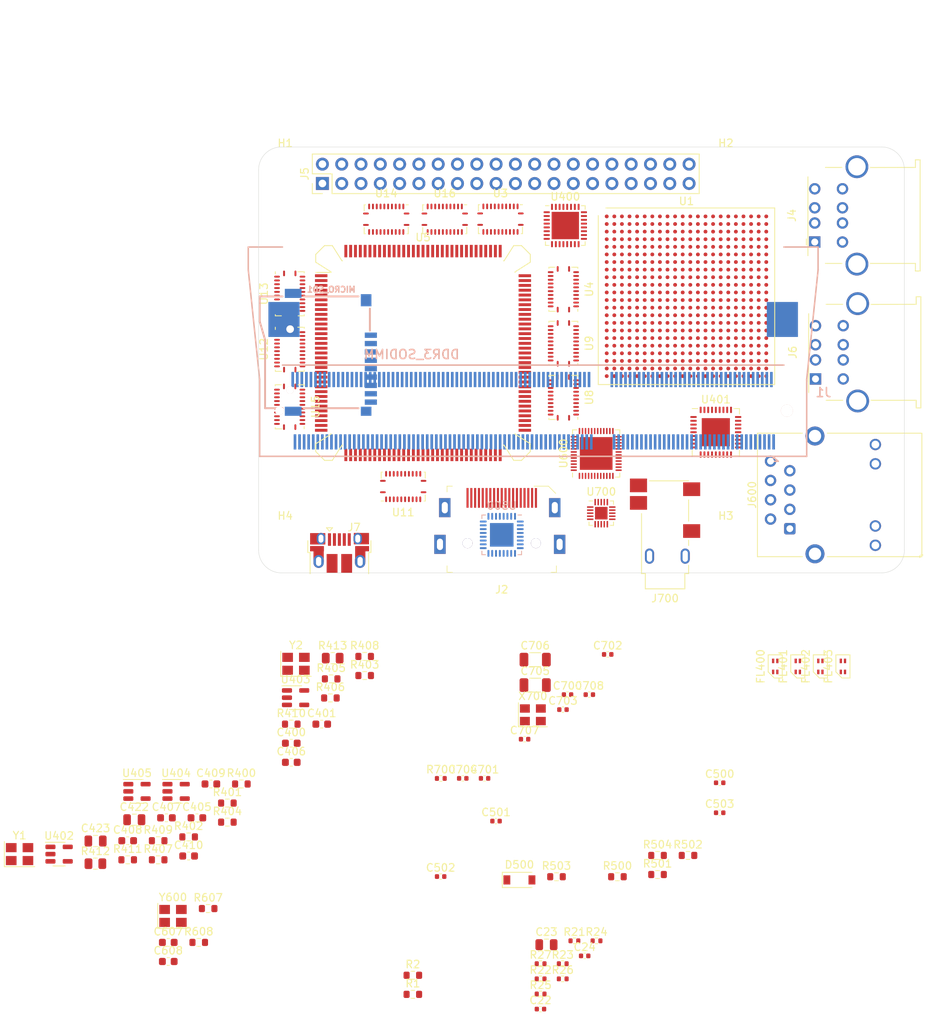
<source format=kicad_pcb>
(kicad_pcb (version 20210108) (generator pcbnew)
  (layers (0 "F.Cu" signal) (31 "B.Cu" signal) (34 "B.Paste" user) (35 "F.Paste" user) (36 "B.SilkS" user "B.Silkscreen") (37 "F.SilkS" user "F.Silkscreen") (38 "B.Mask" user) (39 "F.Mask" user) (44 "Edge.Cuts" user))
  (net 0 "")
  (net 1 "GND")
  (net 2 "Net-(R401-Pad2)")
  (net 3 "Net-(U400-Pad26)")
  (net 4 "Net-(U400-Pad20)")
  (net 5 "Net-(C407-Pad2)")
  (net 6 "Net-(C408-Pad2)")
  (net 7 "Net-(C409-Pad1)")
  (net 8 "Net-(C410-Pad1)")
  (net 9 "Net-(R412-Pad1)")
  (net 10 "Net-(R413-Pad1)")
  (net 11 "Net-(C500-Pad2)")
  (net 12 "Net-(C607-Pad2)")
  (net 13 "Net-(C608-Pad2)")
  (net 14 "Net-(C700-Pad2)")
  (net 15 "+1V8A")
  (net 16 "Net-(C704-Pad2)")
  (net 17 "Net-(C704-Pad1)")
  (net 18 "Net-(C705-Pad2)")
  (net 19 "Net-(C705-Pad1)")
  (net 20 "Net-(C706-Pad2)")
  (net 21 "Net-(C706-Pad1)")
  (net 22 "+VTTVREF")
  (net 23 "Net-(J2-Pad1)")
  (net 24 "Net-(J2-Pad3)")
  (net 25 "Net-(J2-Pad4)")
  (net 26 "Net-(J2-Pad6)")
  (net 27 "Net-(J2-Pad7)")
  (net 28 "Net-(J2-Pad9)")
  (net 29 "Net-(J2-Pad10)")
  (net 30 "Net-(J2-Pad12)")
  (net 31 "/usb/USB1_DM")
  (net 32 "/usb/USB1_DP")
  (net 33 "/usb/USB2_DP")
  (net 34 "/usb/USB2_DM")
  (net 35 "/usb/USB3_DM")
  (net 36 "/usb/USB3_DP")
  (net 37 "/usb/USB4_DP")
  (net 38 "/usb/USB4_DM")
  (net 39 "no_connect_(J7-Pad6)")
  (net 40 "Net-(U400-Pad1)")
  (net 41 "Net-(U400-Pad25)")
  (net 42 "Net-(U400-Pad24)")
  (net 43 "Net-(U400-Pad14)")
  (net 44 "Net-(U400-Pad11)")
  (net 45 "Net-(U400-Pad8)")
  (net 46 "Net-(U400-Pad22)")
  (net 47 "/cpu/CPU_A2")
  (net 48 "/cpu/CPU_A3")
  (net 49 "/cpu/CPU_A4")
  (net 50 "/cpu/CPU_A5")
  (net 51 "/cpu/CPU_A6")
  (net 52 "/cpu/CPU_A7")
  (net 53 "/cpu/CPU_A8")
  (net 54 "/cpu/CPU_A9")
  (net 55 "/cpu/CPU_A10")
  (net 56 "/cpu/CPU_A11")
  (net 57 "/cpu/CPU_A12")
  (net 58 "/cpu/CPU_A13")
  (net 59 "/cpu/CPU_A14")
  (net 60 "/cpu/CPU_A15")
  (net 61 "/cpu/CPU_A16")
  (net 62 "/cpu/CPU_A17")
  (net 63 "/cpu/CPU_A18")
  (net 64 "/cpu/CPU_A19")
  (net 65 "/cpu/CPU_A20")
  (net 66 "/cpu/CPU_A21")
  (net 67 "/cpu/CPU_A22")
  (net 68 "/cpu/CPU_A23")
  (net 69 "/cpu/CPU_A24")
  (net 70 "/cpu/CPU_A25")
  (net 71 "/cpu/CPU_A26")
  (net 72 "/cpu/CPU_A27")
  (net 73 "/cpu/CPU_A28")
  (net 74 "/cpu/CPU_A29")
  (net 75 "/cpu/CPU_A30")
  (net 76 "/cpu/CPU_A31")
  (net 77 "+5V")
  (net 78 "+3V3")
  (net 79 "Net-(J600-Pad1)")
  (net 80 "Net-(R408-Pad1)")
  (net 81 "Net-(C22-Pad1)")
  (net 82 "Net-(J600-Pad2)")
  (net 83 "Net-(J600-Pad3)")
  (net 84 "Net-(J600-Pad4)")
  (net 85 "VBUS")
  (net 86 "Net-(J600-Pad5)")
  (net 87 "Net-(J600-Pad6)")
  (net 88 "Net-(J600-Pad7)")
  (net 89 "Net-(J600-Pad8)")
  (net 90 "Net-(R409-Pad1)")
  (net 91 "Net-(R410-Pad1)")
  (net 92 "Net-(R411-Pad1)")
  (net 93 "Net-(R608-Pad1)")
  (net 94 "VSS")
  (net 95 "Net-(R700-Pad2)")
  (net 96 "Net-(R700-Pad1)")
  (net 97 "Net-(J2-Pad19)")
  (net 98 "Net-(J2-Pad16)")
  (net 99 "Net-(J2-Pad15)")
  (net 100 "Net-(J2-Pad13)")
  (net 101 "SD0_D2")
  (net 102 "SD0_D3")
  (net 103 "SD0_CMD")
  (net 104 "SD0_D0")
  (net 105 "SD0_D1")
  (net 106 "~SD0_CD")
  (net 107 "+1V5")
  (net 108 "/hdmi/HDMI_SDA")
  (net 109 "/hdmi/HDMI_SCL")
  (net 110 "+1V0")
  (net 111 "+1V8")
  (net 112 "/usb/PEN1")
  (net 113 "/usb/~OC1")
  (net 114 "/cpu/CPU_D13")
  (net 115 "/cpu/CPU_D12")
  (net 116 "/cpu/CPU_D11")
  (net 117 "/cpu/CPU_D10")
  (net 118 "/cpu/CPU_D9")
  (net 119 "/cpu/CPU_D8")
  (net 120 "/cpu/CPU_D7")
  (net 121 "/cpu/CPU_D6")
  (net 122 "/cpu/CPU_D5")
  (net 123 "/cpu/CPU_D4")
  (net 124 "/cpu/CPU_D3")
  (net 125 "/cpu/CPU_D2")
  (net 126 "/cpu/CPU_D1")
  (net 127 "/cpu/CPU_D0")
  (net 128 "/cpu/CPU_CLK2")
  (net 129 "/cpu/CPU_READY")
  (net 130 "/cpu/CPU_ADS")
  (net 131 "/cpu/CPU_BE0")
  (net 132 "/cpu/CPU_BE1")
  (net 133 "/cpu/CPU_BE2")
  (net 134 "Net-(U3-Pad11)")
  (net 135 "/cpu/CPU_BE3")
  (net 136 "/cpu/CPU_MIO")
  (net 137 "/cpu/CPU_DC")
  (net 138 "/cpu/CPU_LOCK")
  (net 139 "/cpu/CPU_WR")
  (net 140 "/cpu/CPU_RESET")
  (net 141 "/cpu/CPU_BUSY")
  (net 142 "Net-(U4-Pad11)")
  (net 143 "/cpu/CPU_ERROR")
  (net 144 "/cpu/CPU_PEREQ")
  (net 145 "/cpu/CPU_NMI")
  (net 146 "/cpu/CPU_INTR")
  (net 147 "Net-(U8-Pad11)")
  (net 148 "Net-(U9-Pad11)")
  (net 149 "/cpu/CPU_D31")
  (net 150 "/cpu/CPU_D30")
  (net 151 "/cpu/CPU_D29")
  (net 152 "Net-(U11-Pad11)")
  (net 153 "/cpu/CPU_D28")
  (net 154 "/cpu/CPU_D27")
  (net 155 "/cpu/CPU_D26")
  (net 156 "/cpu/CPU_D25")
  (net 157 "/cpu/CPU_D24")
  (net 158 "/cpu/CPU_D23")
  (net 159 "/cpu/CPU_D22")
  (net 160 "/cpu/CPU_D21")
  (net 161 "Net-(U12-Pad11)")
  (net 162 "/cpu/CPU_D20")
  (net 163 "/cpu/CPU_D19")
  (net 164 "/cpu/CPU_D18")
  (net 165 "/cpu/CPU_D17")
  (net 166 "/cpu/CPU_D16")
  (net 167 "/cpu/CPU_D15")
  (net 168 "/cpu/CPU_D14")
  (net 169 "/usb/PEN2")
  (net 170 "/usb/~OC2")
  (net 171 "Net-(U13-Pad11)")
  (net 172 "/usb/PEN3")
  (net 173 "/usb/~OC3")
  (net 174 "Net-(U14-Pad11)")
  (net 175 "Net-(U15-Pad11)")
  (net 176 "/usb/PEN4")
  (net 177 "/usb/~OC4")
  (net 178 "Net-(U16-Pad11)")
  (net 179 "/ethernet/ETH_AVDD3V3")
  (net 180 "/ethernet/ETH_VDD1V0")
  (net 181 "/usb/~USB_RST")
  (net 182 "/usb/USBUP_DM")
  (net 183 "/usb/USBUP_DP")
  (net 184 "Net-(U401-Pad9)")
  (net 185 "Net-(U401-Pad8)")
  (net 186 "Net-(U401-Pad7)")
  (net 187 "Net-(U401-Pad6)")
  (net 188 "Net-(U401-Pad4)")
  (net 189 "Net-(U401-Pad3)")
  (net 190 "Net-(U401-Pad2)")
  (net 191 "Net-(U401-Pad1)")
  (footprint "Package_QFP:PQFP-132_24x24mm_P0.635mm_i386" (layer "F.Cu") (at 131.64 101.09)
    (fp_text reference "U5")
    (fp_text value "NG80386DX")
  )
  (footprint "Capacitor_SMD:C_0402_1005Metric" (layer "F.Cu") (at 170.688 161.544)
    (fp_text reference "C503")
    (fp_text value "100nF")
  )
  (footprint "Capacitor_SMD:C_0402_1005Metric" (layer "F.Cu") (at 170.688 157.604)
    (fp_text reference "C500")
    (fp_text value "1uF")
  )
  (footprint "Capacitor_SMD:C_0402_1005Metric" (layer "F.Cu") (at 147.098 187.354)
    (fp_text reference "C22")
    (fp_text value "18pF")
  )
  (footprint "Capacitor_SMD:C_0805_2012Metric" (layer "F.Cu") (at 147.888 178.894)
    (fp_text reference "C23")
    (fp_text value "47uF")
  )
  (footprint "Capacitor_SMD:C_0402_1005Metric" (layer "F.Cu") (at 152.918 180.364)
    (fp_text reference "C24")
    (fp_text value "100nF")
  )
  (footprint "Diode_SMD:D_SOD-123" (layer "F.Cu") (at 144.328 170.374)
    (fp_text reference "D500")
    (fp_text value "MBR0530")
  )
  (footprint "footprints:HDMI_A_Female" (layer "F.Cu") (at 142 124.6 180)
    (fp_text reference "J2")
    (fp_text value "HDMI_A")
  )
  (footprint "Resistor_SMD:R_0603_1608Metric" (layer "F.Cu") (at 130.302 185.42)
    (fp_text reference "R1")
    (fp_text value "80.6/1%")
  )
  (footprint "Resistor_SMD:R_0603_1608Metric" (layer "F.Cu") (at 130.302 182.91)
    (fp_text reference "R2")
    (fp_text value "80.6/1%")
  )
  (footprint "Resistor_SMD:R_0603_1608Metric" (layer "F.Cu") (at 157.228 169.954)
    (fp_text reference "R500")
    (fp_text value "47K")
  )
  (footprint "Resistor_SMD:R_0603_1608Metric" (layer "F.Cu") (at 162.508 169.664)
    (fp_text reference "R501")
    (fp_text value "47K")
  )
  (footprint "Resistor_SMD:R_0603_1608Metric" (layer "F.Cu") (at 166.518 167.154)
    (fp_text reference "R502")
    (fp_text value "47K")
  )
  (footprint "Resistor_SMD:R_0603_1608Metric" (layer "F.Cu") (at 149.208 169.954)
    (fp_text reference "R503")
    (fp_text value "47K")
  )
  (footprint "Resistor_SMD:R_0603_1608Metric" (layer "F.Cu") (at 162.508 167.154)
    (fp_text reference "R504")
    (fp_text value "27K")
  )
  (footprint "Resistor_SMD:R_0402_1005Metric" (layer "F.Cu") (at 151.568 178.384)
    (fp_text reference "R21")
    (fp_text value "47K")
  )
  (footprint "Resistor_SMD:R_0402_1005Metric" (layer "F.Cu") (at 147.118 183.384)
    (fp_text reference "R22")
    (fp_text value "47K")
  )
  (footprint "Resistor_SMD:R_0402_1005Metric" (layer "F.Cu") (at 150.028 181.394)
    (fp_text reference "R23")
    (fp_text value "47K")
  )
  (footprint "Resistor_SMD:R_0402_1005Metric" (layer "F.Cu") (at 154.478 178.384)
    (fp_text reference "R24")
    (fp_text value "47K")
  )
  (footprint "Resistor_SMD:R_0402_1005Metric" (layer "F.Cu") (at 147.118 185.374)
    (fp_text reference "R25")
    (fp_text value "47K")
  )
  (footprint "Resistor_SMD:R_0402_1005Metric" (layer "F.Cu") (at 150.028 183.384)
    (fp_text reference "R26")
    (fp_text value "33R")
  )
  (footprint "Resistor_SMD:R_0402_1005Metric" (layer "F.Cu") (at 147.118 181.394)
    (fp_text reference "R27")
    (fp_text value "47K")
  )
  (footprint "Package_BGA:Xilinx_FGG484" (layer "F.Cu") (at 166.32 93.63)
    (fp_text reference "U1")
    (fp_text value "XC7A35T-FGG484")
  )
  (footprint "Connector_RJ:RJ45_Hanrun_HR911105A" (layer "F.Cu") (at 179.92 124.19 90)
    (fp_text reference "J600")
    (fp_text value "8P8C_LED")
  )
  (footprint "Package_DFN_QFN:QFN-48-1EP_6x6mm_P0.4mm_EP4.3x4.3mm" (layer "F.Cu") (at 154.432 114.3 90)
    (fp_text reference "U600")
    (fp_text value "RTL8211E-VL")
  )
  (footprint "Connector_PinHeader_2.54mm:PinHeader_2x20_P2.54mm_Vertical" (layer "F.Cu") (at 118.4 78.8 90)
    (fp_text reference "J5")
    (fp_text value "Conn_02x20_Odd_Even")
  )
  (footprint "MountingHole:MountingHole_3mm" (layer "F.Cu") (at 113.5 77.5)
    (fp_text reference "H1")
    (fp_text value "MountingHole")
  )
  (footprint "MountingHole:MountingHole_3mm" (layer "F.Cu") (at 171.5 77.5)
    (fp_text reference "H2")
    (fp_text value "MountingHole")
  )
  (footprint "MountingHole:MountingHole_3mm" (layer "F.Cu") (at 171.5 126.5)
    (fp_text reference "H3")
    (fp_text value "MountingHole")
  )
  (footprint "MountingHole:MountingHole_3mm" (layer "F.Cu") (at 113.5 126.5)
    (fp_text reference "H4")
    (fp_text value "MountingHole")
  )
  (footprint "footprints:DHVQFN-24_5.5x3.5_Pitch0.5mm" (layer "F.Cu") (at 141.835 83.49)
    (fp_text reference "U3")
    (fp_text value "SN74AVC8T245PW")
  )
  (footprint "footprints:DHVQFN-24_5.5x3.5_Pitch0.5mm" (layer "F.Cu") (at 150.114 92.71 -90)
    (fp_text reference "U4")
    (fp_text value "SN74AVC8T245PW")
  )
  (footprint "footprints:DHVQFN-24_5.5x3.5_Pitch0.5mm" (layer "F.Cu") (at 150.114 106.934 -90)
    (fp_text reference "U8")
    (fp_text value "SN74AVC8T245PW")
  )
  (footprint "footprints:DHVQFN-24_5.5x3.5_Pitch0.5mm" (layer "F.Cu") (at 150.114 99.822 -90)
    (fp_text reference "U9")
    (fp_text value "SN74AVC8T245PW")
  )
  (footprint "footprints:DHVQFN-24_5.5x3.5_Pitch0.5mm" (layer "F.Cu") (at 129.032 118.65 180)
    (fp_text reference "U11")
    (fp_text value "SN74AVC8T245PW")
  )
  (footprint "footprints:DHVQFN-24_5.5x3.5_Pitch0.5mm" (layer "F.Cu") (at 114.1 100.6 90)
    (fp_text reference "U12")
    (fp_text value "SN74AVC8T245PW")
  )
  (footprint "footprints:DHVQFN-24_5.5x3.5_Pitch0.5mm" (layer "F.Cu") (at 114.1 93.3 90)
    (fp_text reference "U13")
    (fp_text value "SN74AVC8T245PW")
  )
  (footprint "footprints:DHVQFN-24_5.5x3.5_Pitch0.5mm" (layer "F.Cu") (at 126.8 83.5)
    (fp_text reference "U14")
    (fp_text value "SN74AVC8T245PW")
  )
  (footprint "footprints:DHVQFN-24_5.5x3.5_Pitch0.5mm" (layer "F.Cu") (at 114.09 108.16 -90)
    (fp_text reference "U15")
    (fp_text value "SN74AVC8T245PW")
  )
  (footprint "footprints:DHVQFN-24_5.5x3.5_Pitch0.5mm" (layer "F.Cu") (at 134.5 83.5)
    (fp_text reference "U16")
    (fp_text value "SN74AVC8T245PW")
  )
  (footprint "Resistor_SMD:R_0603_1608Metric" (layer "F.Cu") (at 123.96 143.5)
    (fp_text reference "R403")
    (fp_text value "8.06K")
  )
  (footprint "Connector_USB:USB_Micro-B_Amphenol_10103594-0001LF_Horizontal" (layer "F.Cu") (at 120.655 127.385)
    (fp_text reference "J7")
    (fp_text value "USB_B_Micro")
  )
  (footprint "Capacitor_SMD:C_0402_1005Metric" (layer "F.Cu") (at 136.87 157.02)
    (fp_text reference "C704")
    (fp_text value "100nF")
  )
  (footprint "Capacitor_SMD:C_0603_1608Metric" (layer "F.Cu") (at 114.3 154.91)
    (fp_text reference "C406")
    (fp_text value "10uF")
  )
  (footprint "Package_DFN_QFN:QFN-36-1EP_6x6mm_P0.5mm_EP3.7x3.7mm" (layer "F.Cu") (at 170.18 111.506)
    (fp_text reference "U401")
    (fp_text value "USB2514B_Bi")
  )
  (footprint "footprints:Jack_3.5mm_PJ342CB" (layer "F.Cu") (at 163.5 123.2 180)
    (fp_text reference "J700")
    (fp_text value "AudioJack4_SwitchTR1")
  )
  (footprint "footprints:Filter_125100" (layer "F.Cu") (at 183.94 142.3)
    (fp_text reference "FL402")
    (fp_text value "DLP11SN161SL2")
  )
  (footprint "Capacitor_SMD:C_0402_1005Metric" (layer "F.Cu") (at 133.96 169.93)
    (fp_text reference "C502")
    (fp_text value "100nF")
  )
  (footprint "Capacitor_SMD:C_1206_3216Metric" (layer "F.Cu") (at 146.4 144.76)
    (fp_text reference "C705")
    (fp_text value "220uF")
  )
  (footprint "Capacitor_SMD:C_0603_1608Metric" (layer "F.Cu") (at 118.31 149.89)
    (fp_text reference "C401")
    (fp_text value "22pF")
  )
  (footprint "Capacitor_SMD:C_0402_1005Metric" (layer "F.Cu") (at 150.66 146.01)
    (fp_text reference "C700")
    (fp_text value "100nF")
  )
  (footprint "Package_TO_SOT_SMD:SOT-23-5" (layer "F.Cu") (at 83.74 166.98)
    (fp_text reference "U402")
    (fp_text value "AP2171W")
  )
  (footprint "Resistor_SMD:R_0603_1608Metric" (layer "F.Cu") (at 119.45 146.45)
    (fp_text reference "R406")
    (fp_text value "0")
  )
  (footprint "Resistor_SMD:R_0603_1608Metric" (layer "F.Cu") (at 100.79 164.72)
    (fp_text reference "R402")
    (fp_text value "1M")
  )
  (footprint "Capacitor_SMD:C_0402_1005Metric" (layer "F.Cu") (at 150.06 147.98)
    (fp_text reference "C703")
    (fp_text value "100nF")
  )
  (footprint "Capacitor_SMD:C_0603_1608Metric" (layer "F.Cu") (at 92.77 165.22)
    (fp_text reference "C408")
    (fp_text value "18pF")
  )
  (footprint "Capacitor_SMD:C_0603_1608Metric" (layer "F.Cu") (at 98.11 181.1)
    (fp_text reference "C608")
    (fp_text value "22pF")
  )
  (footprint "Capacitor_SMD:C_0603_1608Metric" (layer "F.Cu") (at 103.72 157.76)
    (fp_text reference "C409")
    (fp_text value "100nF")
  )
  (footprint "Resistor_SMD:R_0603_1608Metric" (layer "F.Cu") (at 123.96 140.99)
    (fp_text reference "R408")
    (fp_text value "12K/1%")
  )
  (footprint "footprints:USB_A_JE_C39470_Horizontal_Stacked" (layer "F.Cu") (at 183.2 86.5 90)
    (fp_text reference "J4")
    (fp_text value "USB_A_Stacked")
  )
  (footprint "Package_TO_SOT_SMD:SOT-23-5" (layer "F.Cu") (at 99.14 158.73)
    (fp_text reference "U404")
    (fp_text value "AP2171W")
  )
  (footprint "Resistor_SMD:R_0805_2012Metric" (layer "F.Cu") (at 119.75 141.21)
    (fp_text reference "R413")
    (fp_text value "0")
  )
  (footprint "Crystal:Crystal_SMD_3225-4Pin_3.2x2.5mm" (layer "F.Cu") (at 78.54 166.98)
    (fp_text reference "Y1")
    (fp_text value "24MHz")
  )
  (footprint "Package_TO_SOT_SMD:SOT-23-5" (layer "F.Cu") (at 93.99 158.73)
    (fp_text reference "U405")
    (fp_text value "AP2171W")
  )
  (footprint "Package_DFN_QFN:QFN-20-1EP_3x3mm_P0.4mm_EP1.65x1.65mm" (layer "F.Cu") (at 155.1 122.15)
    (fp_text reference "U700")
    (fp_text value "SGTL5000XNLA3")
  )
  (footprint "footprints:Filter_125100" (layer "F.Cu") (at 180.97 142.3)
    (fp_text reference "FL401")
    (fp_text value "DLP11SN161SL2")
  )
  (footprint "Resistor_SMD:R_0603_1608Metric" (layer "F.Cu") (at 114.3 149.89)
    (fp_text reference "R410")
    (fp_text value "10K")
  )
  (footprint "Capacitor_SMD:C_0603_1608Metric" (layer "F.Cu") (at 100.79 167.23)
    (fp_text reference "C410")
    (fp_text value "100nF")
  )
  (footprint "Oscillator:Oscillator_SMD_Abracon_ASE-4Pin_3.2x2.5mm" (layer "F.Cu") (at 146.1 148.66)
    (fp_text reference "X700")
    (fp_text value "24.576M")
  )
  (footprint "Package_TO_SOT_SMD:SOT-23-5" (layer "F.Cu") (at 114.87 146.41)
    (fp_text reference "U403")
    (fp_text value "AP2171W")
  )
  (footprint "footprints:Filter_125100" (layer "F.Cu") (at 178 142.3)
    (fp_text reference "FL400")
    (fp_text value "DLP11SN161SL2")
  )
  (footprint "Capacitor_SMD:C_0603_1608Metric" (layer "F.Cu") (at 97.87 162.21)
    (fp_text reference "C407")
    (fp_text value "18pF")
  )
  (footprint "Resistor_SMD:R_0805_2012Metric" (layer "F.Cu") (at 88.52 168.24)
    (fp_text reference "R412")
    (fp_text value "0")
  )
  (footprint "Capacitor_SMD:C_0402_1005Metric" (layer "F.Cu") (at 153.53 146.01)
    (fp_text reference "C708")
    (fp_text value "100nF")
  )
  (footprint "Crystal:Crystal_SMD_3225-4Pin_3.2x2.5mm" (layer "F.Cu") (at 98.73 175.11)
    (fp_text reference "Y600")
    (fp_text value "25MHz")
  )
  (footprint "Capacitor_SMD:C_0402_1005Metric" (layer "F.Cu") (at 155.95 140.72)
    (fp_text reference "C702")
    (fp_text value "100nF")
  )
  (footprint "Resistor_SMD:R_0603_1608Metric" (layer "F.Cu") (at 103.36 174.14)
    (fp_text reference "R607")
    (fp_text value "1M")
  )
  (footprint "Resistor_SMD:R_0603_1608Metric" (layer "F.Cu") (at 107.73 157.76)
    (fp_text reference "R400")
    (fp_text value "27")
  )
  (footprint "Capacitor_SMD:C_0603_1608Metric" (layer "F.Cu") (at 98.11 178.59)
    (fp_text reference "C607")
    (fp_text value "22pF")
  )
  (footprint "Crystal:Crystal_SMD_3225-4Pin_3.2x2.5mm" (layer "F.Cu") (at 114.92 141.96)
    (fp_text reference "Y2")
    (fp_text value "24MHz")
  )
  (footprint "Resistor_SMD:R_0402_1005Metric" (layer "F.Cu") (at 133.98 157.03)
    (fp_text reference "R700")
    (fp_text value "33")
  )
  (footprint "Package_DFN_QFN:QFN-32-1EP_5x5mm_P0.5mm_EP3.6x3.6mm" (layer "F.Cu") (at 150.368 84.328)
    (fp_text reference "U400")
    (fp_text value "USB3320")
  )
  (footprint "Resistor_SMD:R_0603_1608Metric" (layer "F.Cu") (at 96.78 165.22)
    (fp_text reference "R409")
    (fp_text value "DNP")
  )
  (footprint "Capacitor_SMD:C_1206_3216Metric" (layer "F.Cu") (at 146.4 141.41)
    (fp_text reference "C706")
    (fp_text value "220uF")
  )
  (footprint "Capacitor_SMD:C_0603_1608Metric" (layer "F.Cu") (at 101.88 162.21)
    (fp_text reference "C405")
    (fp_text value "2.2uF")
  )
  (footprint "Capacitor_SMD:C_0603_1608Metric" (layer "F.Cu") (at 114.3 152.4)
    (fp_text reference "C400")
    (fp_text value "22pF")
  )
  (footprint "Capacitor_SMD:C_0805_2012Metric" (layer "F.Cu") (at 88.54 165.26)
    (fp_text reference "C423")
    (fp_text value "100nF")
  )
  (footprint "Resistor_SMD:R_0603_1608Metric" (layer "F.Cu") (at 92.77 167.73)
    (fp_text reference "R411")
    (fp_text value "DNP")
  )
  (footprint "Resistor_SMD:R_0603_1608Metric" (layer "F.Cu") (at 96.78 167.73)
    (fp_text reference "R407")
    (fp_text value "1K")
  )
  (footprint "Capacitor_SMD:C_0402_1005Metric" (layer "F.Cu") (at 141.25 162.64)
    (fp_text reference "C501")
    (fp_text value "100nF")
  )
  (footprint "Resistor_SMD:R_0603_1608Metric" (layer "F.Cu") (at 119.55 143.94)
    (fp_text reference "R405")
    (fp_text value "0")
  )
  (footprint "Capacitor_SMD:C_0402_1005Metric" (layer "F.Cu") (at 145.01 151.87)
    (fp_text reference "C707")
    (fp_text value "1uF")
  )
  (footprint "Resistor_SMD:R_0603_1608Metric" (layer "F.Cu") (at 102.12 178.59)
    (fp_text reference "R608")
    (fp_text value "10")
  )
  (footprint "Capacitor_SMD:C_0402_1005Metric" (layer "F.Cu") (at 139.74 157.02)
    (fp_text reference "C701")
    (fp_text value "100nF")
  )
  (footprint "Capacitor_SMD:C_0805_2012Metric" (layer "F.Cu") (at 93.64 162.46)
    (fp_text reference "C422")
    (fp_text value "100nF")
  )
  (footprint "Resistor_SMD:R_0603_1608Metric" (layer "F.Cu") (at 105.89 160.27)
    (fp_text reference "R401")
    (fp_text value "10")
  )
  (footprint "footprints:Filter_125100" (layer "F.Cu") (at 186.91 142.3)
    (fp_text reference "FL403")
    (fp_text value "DLP11SN161SL2")
  )
  (footprint "Resistor_SMD:R_0603_1608Metric" (layer "F.Cu") (at 105.89 162.78)
    (fp_text reference "R404")
    (fp_text value "0")
  )
  (footprint "footprints:USB_A_JE_C39470_Horizontal_Stacked" (layer "F.Cu") (at 183.3 104.5 90)
    (fp_text reference "J6")
    (fp_text value "USB_A_Stacked")
  )
  (footprint "footprints:Socket_SODIMM_DDR3_TE_2013289" (layer "B.Cu") (at 146.14 108.68 180)
    (fp_text reference "J1")
    (fp_text value "DDR3_SODIMM")
  )
  (footprint "footprints:TFC-WPAPR-08" (layer "B.Cu") (at 117.4 101 180)
    (fp_text reference "MICRO_SD1")
    (fp_text value "MICRO_SD(TFC-WPAPR-08)")
  )
  (footprint "Package_DFN_QFN:QFN-32-1EP_5x5mm_P0.5mm_EP3.1x3.1mm" (layer "B.Cu") (at 142 125 180)
    (fp_text reference "U500")
    (fp_text value "MAX9406")
  )
  (gr_line (start 195 127) (end 195 77) (layer "Edge.Cuts") (width 0.05))
  (gr_line (start 110 77) (end 110 127) (layer "Edge.Cuts") (width 0.05))
  (gr_line (start 113 130) (end 192 130) (layer "Edge.Cuts") (width 0.05))
  (gr_arc (start 113 127) (end 110 127) (angle -90) (layer "Edge.Cuts") (width 0.05))
  (gr_arc (start 192 127) (end 192 130) (angle -90) (layer "Edge.Cuts") (width 0.05))
  (gr_arc (start 192 77) (end 195 77) (angle -90) (layer "Edge.Cuts") (width 0.05))
  (gr_arc (start 113 77) (end 113 74) (angle -90) (layer "Edge.Cuts") (width 0.05))
  (gr_line (start 192 74) (end 113 74) (layer "Edge.Cuts") (width 0.05))
)
</source>
